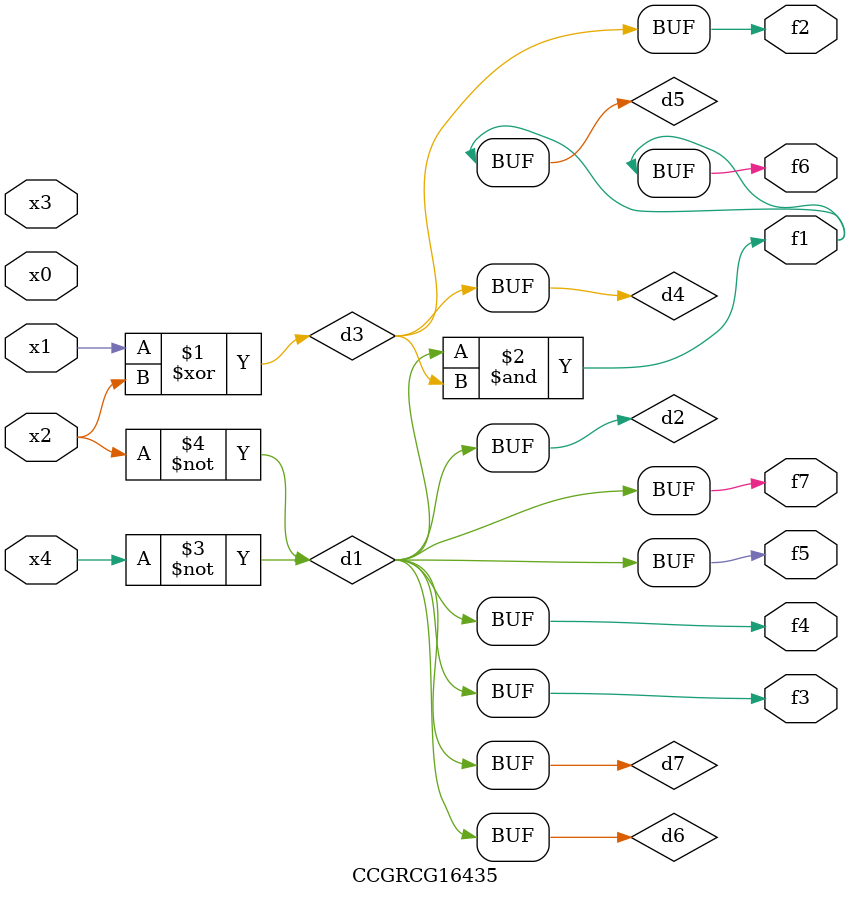
<source format=v>
module CCGRCG16435(
	input x0, x1, x2, x3, x4,
	output f1, f2, f3, f4, f5, f6, f7
);

	wire d1, d2, d3, d4, d5, d6, d7;

	not (d1, x4);
	not (d2, x2);
	xor (d3, x1, x2);
	buf (d4, d3);
	and (d5, d1, d3);
	buf (d6, d1, d2);
	buf (d7, d2);
	assign f1 = d5;
	assign f2 = d4;
	assign f3 = d7;
	assign f4 = d7;
	assign f5 = d7;
	assign f6 = d5;
	assign f7 = d7;
endmodule

</source>
